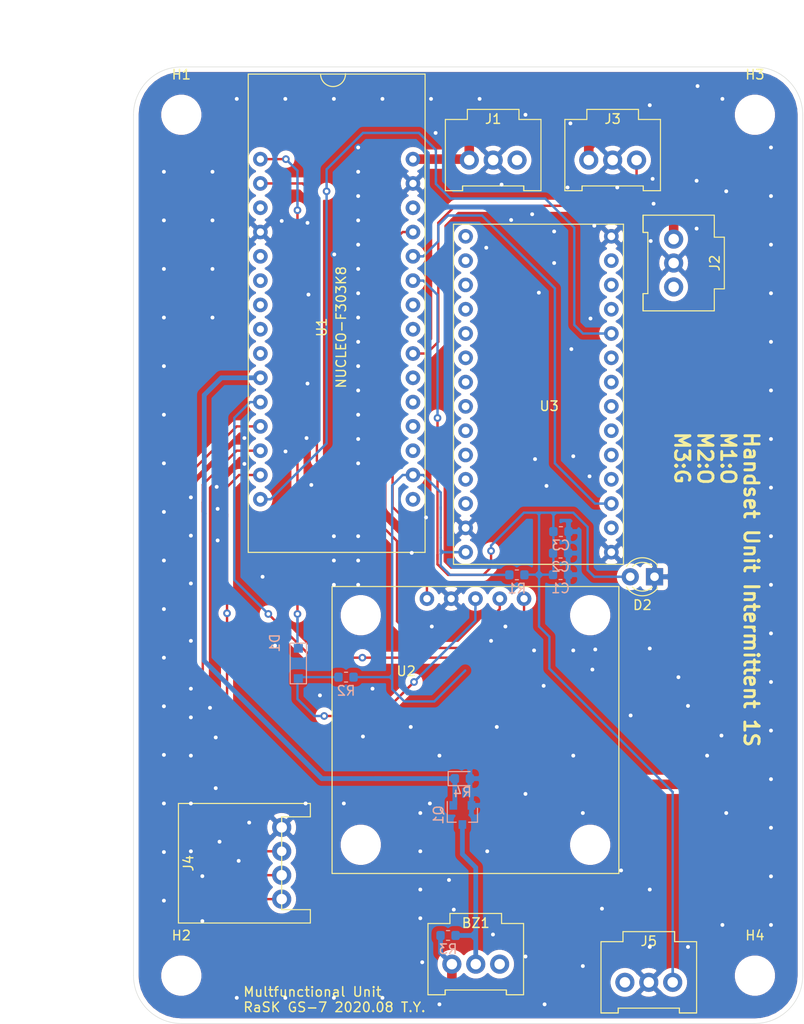
<source format=kicad_pcb>
(kicad_pcb (version 20171130) (host pcbnew "(5.1.4)-1")
  (layers (0 F.Cu signal) (31 B.Cu signal) (34 B.Paste user) (35 F.Paste user) (36 B.SilkS user) (37 F.SilkS user) (38 B.Mask user) (39 F.Mask user) (44 Edge.Cuts user))
  (net 0 "")
  (net 1 GND)
  (net 2 FPIN)
  (net 3 "Net-(J1-Pad3)")
  (net 4 +9V)
  (net 5 "Net-(J2-Pad3)")
  (net 6 +6V)
  (net 7 Motor)
  (net 8 SIG2)
  (net 9 SIG1)
  (net 10 "Net-(J5-Pad1)")
  (net 11 +3V3)
  (net 12 "Net-(D1-Pad2)")
  (net 13 "Net-(U1-Pad28)")
  (net 14 +5V)
  (net 15 UART2_TX)
  (net 16 "Net-(U1-Pad23)")
  (net 17 "Net-(U1-Pad21)")
  (net 18 "Net-(U1-Pad20)")
  (net 19 "Net-(U1-Pad19)")
  (net 20 "Net-(U1-Pad18)")
  (net 21 "Net-(U1-Pad16)")
  (net 22 UART2_RX)
  (net 23 "Net-(U1-Pad9)")
  (net 24 "Net-(U1-Pad8)")
  (net 25 "Net-(U1-Pad7)")
  (net 26 "Net-(U1-Pad6)")
  (net 27 "Net-(U1-Pad5)")
  (net 28 "Net-(U1-Pad3)")
  (net 29 1pps)
  (net 30 "Net-(U3-Pad26)")
  (net 31 "Net-(U3-Pad25)")
  (net 32 "Net-(U3-Pad24)")
  (net 33 "Net-(U3-Pad23)")
  (net 34 "Net-(U3-Pad22)")
  (net 35 "Net-(U3-Pad21)")
  (net 36 "Net-(U3-Pad20)")
  (net 37 "Net-(U3-Pad19)")
  (net 38 "Net-(U3-Pad18)")
  (net 39 "Net-(U3-Pad17)")
  (net 40 "Net-(U3-Pad16)")
  (net 41 "Net-(U3-Pad15)")
  (net 42 "Net-(U3-Pad13)")
  (net 43 "Net-(U3-Pad12)")
  (net 44 "Net-(U3-Pad11)")
  (net 45 "Net-(U3-Pad9)")
  (net 46 "Net-(U3-Pad8)")
  (net 47 "Net-(U3-Pad7)")
  (net 48 "Net-(U3-Pad6)")
  (net 49 "Net-(U3-Pad5)")
  (net 50 "Net-(U3-Pad4)")
  (net 51 "Net-(U3-Pad2)")
  (net 52 FPIN_com)
  (net 53 "Net-(U1-Pad24)")
  (net 54 Buzzer)
  (net 55 UART1_TX)
  (net 56 UART1_RX)
  (net 57 "Net-(BZ1-Pad2)")
  (module KUTKiCad_footprint:Hirose_DF1E_DF1E-3P-2.5DS_1x03_P2.5mm_Vertical (layer F.Cu) (at 73.3 143.8)
    (fp_text reference BZ1 (at 2.5 -4.3) (layer F.SilkS))
    (fp_text value Buzzer)
    (pad 3 thru_hole circle (at 5 0) (size 2 2) (drill 1.1) (layers *.Cu *.Mask))
    (pad 2 thru_hole circle (at 2.5 0) (size 2 2) (drill 1.1) (layers *.Cu *.Mask) (net 57 "Net-(BZ1-Pad2)"))
    (pad 1 thru_hole circle (at 0 0) (size 2 2) (drill 1.1) (layers *.Cu *.Mask) (net 4 +9V))
  )
  (module Diode_SMD:D_0603_1608Metric (layer B.Cu) (at 74.4 124.4)
    (fp_text reference R4 (at 0 1.43) (layer B.SilkS) (effects (justify mirror)))
    (fp_text value 1k)
    (pad 2 smd roundrect (at 0.7875 0) (size 0.875 0.95) (layers B.Cu B.Paste B.Mask) (net 1 GND))
    (pad 1 smd roundrect (at -0.7875 0) (size 0.875 0.95) (layers B.Cu B.Paste B.Mask) (net 54 Buzzer))
  )
  (module Package_TO_SOT_SMD:SOT-23 (layer B.Cu) (at 74.4 128.2 270)
    (fp_text reference Q1 (at 0 2.5 90) (layer B.SilkS) (effects (justify mirror)))
    (fp_text value 2N7002K)
    (pad 3 smd rect (at 1 0 270) (size 0.9 0.8) (layers B.Cu B.Paste B.Mask) (net 57 "Net-(BZ1-Pad2)"))
    (pad 2 smd rect (at -1 -0.95 270) (size 0.9 0.8) (layers B.Cu B.Paste B.Mask) (net 1 GND))
    (pad 1 smd rect (at -1 0.95 270) (size 0.9 0.8) (layers B.Cu B.Paste B.Mask) (net 54 Buzzer))
  )
  (module Resistor_SMD:R_0603_1608Metric (layer B.Cu) (at 72.9 140.8)
    (fp_text reference R3 (at 0 1.43) (layer B.SilkS) (effects (justify mirror)))
    (fp_text value 1k)
    (pad 2 smd roundrect (at 0.7875 0) (size 0.875 0.95) (layers B.Cu B.Paste B.Mask) (net 57 "Net-(BZ1-Pad2)"))
    (pad 1 smd roundrect (at -0.7875 0) (size 0.875 0.95) (layers B.Cu B.Paste B.Mask) (net 4 +9V))
  )
  (module "kada2020_3:STM32 Nucleo Board STM32F303K8" (layer F.Cu) (at 52 50.75)
    (fp_text reference U1 (at 7.69 26.466 90) (layer F.SilkS))
    (fp_text value STM32F303K8)
    (pad 30 thru_hole circle (at 17.23 8.89) (size 1.524 1.524) (drill 0.762) (layers *.Cu *.Mask) (net 4 +9V))
    (pad 29 thru_hole circle (at 17.23 11.43) (size 1.524 1.524) (drill 0.762) (layers *.Cu *.Mask) (net 1 GND))
    (pad 28 thru_hole circle (at 17.23 13.97) (size 1.524 1.524) (drill 0.762) (layers *.Cu *.Mask) (net 13 "Net-(U1-Pad28)"))
    (pad 27 thru_hole circle (at 17.23 16.51) (size 1.524 1.524) (drill 0.762) (layers *.Cu *.Mask) (net 14 +5V))
    (pad 26 thru_hole circle (at 17.23 19.05) (size 1.524 1.524) (drill 0.762) (layers *.Cu *.Mask) (net 15 UART2_TX))
    (pad 25 thru_hole circle (at 17.23 21.59) (size 1.524 1.524) (drill 0.762) (layers *.Cu *.Mask) (net 2 FPIN))
    (pad 24 thru_hole circle (at 17.23 24.13) (size 1.524 1.524) (drill 0.762) (layers *.Cu *.Mask) (net 53 "Net-(U1-Pad24)"))
    (pad 23 thru_hole circle (at 17.23 26.67) (size 1.524 1.524) (drill 0.762) (layers *.Cu *.Mask) (net 16 "Net-(U1-Pad23)"))
    (pad 22 thru_hole circle (at 17.23 29.21) (size 1.524 1.524) (drill 0.762) (layers *.Cu *.Mask) (net 7 Motor))
    (pad 21 thru_hole circle (at 17.23 31.75) (size 1.524 1.524) (drill 0.762) (layers *.Cu *.Mask) (net 17 "Net-(U1-Pad21)"))
    (pad 20 thru_hole circle (at 17.23 34.29) (size 1.524 1.524) (drill 0.762) (layers *.Cu *.Mask) (net 18 "Net-(U1-Pad20)"))
    (pad 19 thru_hole circle (at 17.23 36.83) (size 1.524 1.524) (drill 0.762) (layers *.Cu *.Mask) (net 19 "Net-(U1-Pad19)"))
    (pad 18 thru_hole circle (at 17.23 39.37) (size 1.524 1.524) (drill 0.762) (layers *.Cu *.Mask) (net 20 "Net-(U1-Pad18)"))
    (pad 17 thru_hole circle (at 17.23 41.91) (size 1.524 1.524) (drill 0.762) (layers *.Cu *.Mask) (net 11 +3V3))
    (pad 16 thru_hole circle (at 17.23 44.45) (size 1.524 1.524) (drill 0.762) (layers *.Cu *.Mask) (net 21 "Net-(U1-Pad16)"))
    (pad 15 thru_hole circle (at 1.27 44.45) (size 1.524 1.524) (drill 0.762) (layers *.Cu *.Mask) (net 22 UART2_RX))
    (pad 14 thru_hole circle (at 1.27 41.91) (size 1.524 1.524) (drill 0.762) (layers *.Cu *.Mask) (net 52 FPIN_com))
    (pad 13 thru_hole circle (at 1.27 39.37) (size 1.524 1.524) (drill 0.762) (layers *.Cu *.Mask) (net 8 SIG2))
    (pad 12 thru_hole circle (at 1.27 36.83) (size 1.524 1.524) (drill 0.762) (layers *.Cu *.Mask) (net 9 SIG1))
    (pad 11 thru_hole circle (at 1.27 34.29) (size 1.524 1.524) (drill 0.762) (layers *.Cu *.Mask) (net 29 1pps))
    (pad 10 thru_hole circle (at 1.27 31.75) (size 1.524 1.524) (drill 0.762) (layers *.Cu *.Mask) (net 54 Buzzer))
    (pad 9 thru_hole circle (at 1.27 29.21) (size 1.524 1.524) (drill 0.762) (layers *.Cu *.Mask) (net 23 "Net-(U1-Pad9)"))
    (pad 8 thru_hole circle (at 1.27 26.67) (size 1.524 1.524) (drill 0.762) (layers *.Cu *.Mask) (net 24 "Net-(U1-Pad8)"))
    (pad 7 thru_hole circle (at 1.27 24.13) (size 1.524 1.524) (drill 0.762) (layers *.Cu *.Mask) (net 25 "Net-(U1-Pad7)"))
    (pad 6 thru_hole circle (at 1.27 21.59) (size 1.524 1.524) (drill 0.762) (layers *.Cu *.Mask) (net 26 "Net-(U1-Pad6)"))
    (pad 5 thru_hole circle (at 1.27 19.05) (size 1.524 1.524) (drill 0.762) (layers *.Cu *.Mask) (net 27 "Net-(U1-Pad5)"))
    (pad 4 thru_hole circle (at 1.27 16.51) (size 1.524 1.524) (drill 0.762) (layers *.Cu *.Mask) (net 1 GND))
    (pad 3 thru_hole circle (at 1.27 13.97) (size 1.524 1.524) (drill 0.762) (layers *.Cu *.Mask) (net 28 "Net-(U1-Pad3)"))
    (pad 2 thru_hole circle (at 1.27 11.43) (size 1.524 1.524) (drill 0.762) (layers *.Cu *.Mask) (net 56 UART1_RX))
    (pad 1 thru_hole circle (at 1.27 8.89) (size 1.524 1.524) (drill 0.762) (layers *.Cu *.Mask) (net 55 UART1_TX))
  )
  (module kada2020_3:1N4148W (layer B.Cu) (at 56.388 110.236 270)
    (fp_text reference D1 (at -0.01 1.61 90) (layer B.SilkS) (effects (justify mirror)))
    (fp_text value "Switching Diode")
    (pad 2 smd rect (at 3.25 -0.375 270) (size 0.9 0.95) (drill (offset 0.45 -0.475)) (layers B.Cu B.Paste B.Mask) (net 12 "Net-(D1-Pad2)"))
    (pad 1 smd rect (at 0.1 -0.375 270) (size 0.9 0.95) (drill (offset 0.45 -0.475)) (layers B.Cu B.Paste B.Mask) (net 55 UART1_TX))
  )
  (module LED_THT:LED_D3.0mm (layer F.Cu) (at 94.5 103.3 180)
    (fp_text reference D2 (at 1.27 -2.96) (layer F.SilkS))
    (fp_text value LED_Small)
    (pad 2 thru_hole circle (at 2.54 0 180) (size 1.8 1.8) (drill 0.9) (layers *.Cu *.Mask) (net 2 FPIN))
    (pad 1 thru_hole rect (at 0 0 180) (size 1.8 1.8) (drill 0.9) (layers *.Cu *.Mask) (net 1 GND))
  )
  (module MountingHole:MountingHole_3.2mm_M3 (layer F.Cu) (at 105 145)
    (fp_text reference H4 (at 0 -4.2) (layer F.SilkS))
    (fp_text value MountingHole)
    (pad 1 np_thru_hole circle (at 0 0) (size 3.2 3.2) (drill 3.2) (layers *.Cu *.Mask))
  )
  (module MountingHole:MountingHole_3.2mm_M3 (layer F.Cu) (at 105 55)
    (fp_text reference H3 (at 0 -4.2) (layer F.SilkS))
    (fp_text value MountingHole)
    (pad 1 np_thru_hole circle (at 0 0) (size 3.2 3.2) (drill 3.2) (layers *.Cu *.Mask))
  )
  (module MountingHole:MountingHole_3.2mm_M3 (layer F.Cu) (at 45 145)
    (fp_text reference H2 (at 0 -4.2) (layer F.SilkS))
    (fp_text value MountingHole)
    (pad 1 np_thru_hole circle (at 0 0) (size 3.2 3.2) (drill 3.2) (layers *.Cu *.Mask))
  )
  (module MountingHole:MountingHole_3.2mm_M3 (layer F.Cu) (at 45 55)
    (fp_text reference H1 (at 0 -4.2) (layer F.SilkS))
    (fp_text value MountingHole)
    (pad 1 np_thru_hole circle (at 0 0) (size 3.2 3.2) (drill 3.2) (layers *.Cu *.Mask))
  )
  (module kada2020_3:TWELITE-DIP (layer F.Cu) (at 91.25 102 180)
    (fp_text reference U3 (at 7.77 16.54) (layer F.SilkS))
    (fp_text value MW-R-DP-W)
    (pad 28 thru_hole circle (at 16.51 1.27 180) (size 1.524 1.524) (drill 0.8) (layers *.Cu *.Mask) (net 11 +3V3))
    (pad 27 thru_hole circle (at 16.51 3.81 180) (size 1.524 1.524) (drill 0.8) (layers *.Cu *.Mask) (net 1 GND))
    (pad 26 thru_hole circle (at 16.51 6.35 180) (size 1.524 1.524) (drill 0.8) (layers *.Cu *.Mask) (net 30 "Net-(U3-Pad26)"))
    (pad 25 thru_hole circle (at 16.51 8.89 180) (size 1.524 1.524) (drill 0.8) (layers *.Cu *.Mask) (net 31 "Net-(U3-Pad25)"))
    (pad 24 thru_hole circle (at 16.51 11.43 180) (size 1.524 1.524) (drill 0.8) (layers *.Cu *.Mask) (net 32 "Net-(U3-Pad24)"))
    (pad 23 thru_hole circle (at 16.51 13.97 180) (size 1.524 1.524) (drill 0.8) (layers *.Cu *.Mask) (net 33 "Net-(U3-Pad23)"))
    (pad 22 thru_hole circle (at 16.51 16.51 180) (size 1.524 1.524) (drill 0.8) (layers *.Cu *.Mask) (net 34 "Net-(U3-Pad22)"))
    (pad 21 thru_hole circle (at 16.51 19.05 180) (size 1.524 1.524) (drill 0.8) (layers *.Cu *.Mask) (net 35 "Net-(U3-Pad21)"))
    (pad 20 thru_hole circle (at 16.51 21.59 180) (size 1.524 1.524) (drill 0.8) (layers *.Cu *.Mask) (net 36 "Net-(U3-Pad20)"))
    (pad 19 thru_hole circle (at 16.51 24.13 180) (size 1.524 1.524) (drill 0.8) (layers *.Cu *.Mask) (net 37 "Net-(U3-Pad19)"))
    (pad 18 thru_hole circle (at 16.51 26.67 180) (size 1.524 1.524) (drill 0.8) (layers *.Cu *.Mask) (net 38 "Net-(U3-Pad18)"))
    (pad 17 thru_hole circle (at 16.51 29.21 180) (size 1.524 1.524) (drill 0.8) (layers *.Cu *.Mask) (net 39 "Net-(U3-Pad17)"))
    (pad 16 thru_hole circle (at 16.51 31.75 180) (size 1.524 1.524) (drill 0.8) (layers *.Cu *.Mask) (net 40 "Net-(U3-Pad16)"))
    (pad 15 thru_hole circle (at 16.51 34.29 180) (size 1.524 1.524) (drill 0.8) (layers *.Cu *.Mask) (net 41 "Net-(U3-Pad15)"))
    (pad 14 thru_hole circle (at 1.27 34.29 180) (size 1.524 1.524) (drill 0.8) (layers *.Cu *.Mask) (net 1 GND))
    (pad 13 thru_hole circle (at 1.27 31.75 180) (size 1.524 1.524) (drill 0.8) (layers *.Cu *.Mask) (net 42 "Net-(U3-Pad13)"))
    (pad 12 thru_hole circle (at 1.27 29.21 180) (size 1.524 1.524) (drill 0.8) (layers *.Cu *.Mask) (net 43 "Net-(U3-Pad12)"))
    (pad 11 thru_hole circle (at 1.27 26.67 180) (size 1.524 1.524) (drill 0.8) (layers *.Cu *.Mask) (net 44 "Net-(U3-Pad11)"))
    (pad 10 thru_hole circle (at 1.27 24.13 180) (size 1.524 1.524) (drill 0.8) (layers *.Cu *.Mask) (net 22 UART2_RX))
    (pad 9 thru_hole circle (at 1.27 21.59 180) (size 1.524 1.524) (drill 0.8) (layers *.Cu *.Mask) (net 45 "Net-(U3-Pad9)"))
    (pad 8 thru_hole circle (at 1.27 19.05 180) (size 1.524 1.524) (drill 0.8) (layers *.Cu *.Mask) (net 46 "Net-(U3-Pad8)"))
    (pad 7 thru_hole circle (at 1.27 16.51 180) (size 1.524 1.524) (drill 0.8) (layers *.Cu *.Mask) (net 47 "Net-(U3-Pad7)"))
    (pad 6 thru_hole circle (at 1.27 13.97 180) (size 1.524 1.524) (drill 0.8) (layers *.Cu *.Mask) (net 48 "Net-(U3-Pad6)"))
    (pad 5 thru_hole circle (at 1.27 11.43 180) (size 1.524 1.524) (drill 0.8) (layers *.Cu *.Mask) (net 49 "Net-(U3-Pad5)"))
    (pad 4 thru_hole circle (at 1.27 8.89 180) (size 1.524 1.524) (drill 0.8) (layers *.Cu *.Mask) (net 50 "Net-(U3-Pad4)"))
    (pad 3 thru_hole circle (at 1.27 6.35 180) (size 1.524 1.524) (drill 0.8) (layers *.Cu *.Mask) (net 15 UART2_TX))
    (pad 2 thru_hole circle (at 1.27 3.81 180) (size 1.524 1.524) (drill 0.8) (layers *.Cu *.Mask) (net 51 "Net-(U3-Pad2)"))
    (pad 1 thru_hole circle (at 1.27 1.27 180) (size 1.524 1.524) (drill 0.8) (layers *.Cu *.Mask) (net 1 GND))
  )
  (module kada2020_3:AE-GYSFDMAXB (layer F.Cu) (at 60.77 104.32)
    (fp_text reference U2 (at 7.75 8.85) (layer F.SilkS))
    (fp_text value GYSFDMAXB)
    (pad 5 thru_hole circle (at 20.08 1.27) (size 1.524 1.524) (drill 0.762) (layers *.Cu *.Mask) (net 29 1pps))
    (pad 4 thru_hole circle (at 17.54 1.27) (size 1.524 1.524) (drill 0.762) (layers *.Cu *.Mask) (net 56 UART1_RX))
    (pad 3 thru_hole circle (at 15 1.27) (size 1.524 1.524) (drill 0.762) (layers *.Cu *.Mask) (net 12 "Net-(D1-Pad2)"))
    (pad 2 thru_hole circle (at 12.46 1.27) (size 1.524 1.524) (drill 0.762) (layers *.Cu *.Mask) (net 1 GND))
    (pad 1 thru_hole circle (at 9.92 1.27) (size 1.524 1.524) (drill 0.762) (layers *.Cu *.Mask) (net 14 +5V))
    (pad "" np_thru_hole circle (at 27 27) (size 3.2 3.2) (drill 3.2) (layers *.Cu *.Mask))
    (pad "" np_thru_hole circle (at 3 27) (size 3.2 3.2) (drill 3.2) (layers *.Cu *.Mask))
    (pad "" np_thru_hole circle (at 27 3) (size 3.2 3.2) (drill 3.2) (layers *.Cu *.Mask))
    (pad "" np_thru_hole circle (at 3 3) (size 3.2 3.2) (drill 3.2) (layers *.Cu *.Mask))
  )
  (module Resistor_SMD:R_0603_1608Metric (layer B.Cu) (at 62.23 113.792)
    (fp_text reference R2 (at 0 1.43) (layer B.SilkS) (effects (justify mirror)))
    (fp_text value 10k)
    (pad 2 smd roundrect (at 0.7875 0) (size 0.875 0.95) (layers B.Cu B.Paste B.Mask) (net 11 +3V3))
    (pad 1 smd roundrect (at -0.7875 0) (size 0.875 0.95) (layers B.Cu B.Paste B.Mask) (net 12 "Net-(D1-Pad2)"))
  )
  (module Resistor_SMD:R_0603_1608Metric (layer B.Cu) (at 80.1 103.1)
    (fp_text reference R1 (at 0 1.43) (layer B.SilkS) (effects (justify mirror)))
    (fp_text value 1k)
    (pad 2 smd roundrect (at 0.7875 0) (size 0.875 0.95) (layers B.Cu B.Paste B.Mask) (net 2 FPIN))
    (pad 1 smd roundrect (at -0.7875 0) (size 0.875 0.95) (layers B.Cu B.Paste B.Mask) (net 11 +3V3))
  )
  (module KUTKiCad_footprint:Hirose_DF1E_DF1E-3P-2.5DS_1x03_P2.5mm_Vertical (layer F.Cu) (at 91.4 145.7)
    (fp_text reference J5 (at 2.5 -4.3) (layer F.SilkS))
    (fp_text value "Flight Pin")
    (pad 3 thru_hole circle (at 5 0) (size 2 2) (drill 1.1) (layers *.Cu *.Mask) (net 2 FPIN))
    (pad 2 thru_hole circle (at 2.5 0) (size 2 2) (drill 1.1) (layers *.Cu *.Mask) (net 1 GND))
    (pad 1 thru_hole circle (at 0 0) (size 2 2) (drill 1.1) (layers *.Cu *.Mask) (net 10 "Net-(J5-Pad1)"))
  )
  (module KUTKiCad_footprint:Hirose_DF1E_DF1E-4P-2.5DS_1x04_P2.5mm_Horizontal (layer F.Cu) (at 55.5 137 90)
    (fp_text reference J4 (at 3.75 -9.75 90) (layer F.SilkS))
    (fp_text value Communication)
    (pad 4 thru_hole circle (at 7.5 0 90) (size 2 2) (drill 1.1) (layers *.Cu *.Mask) (net 1 GND))
    (pad 2 thru_hole circle (at 2.5 0 90) (size 2 2) (drill 1.1) (layers *.Cu *.Mask) (net 8 SIG2))
    (pad 3 thru_hole circle (at 5 0 90) (size 2 2) (drill 1) (layers *.Cu *.Mask) (net 52 FPIN_com))
    (pad 1 thru_hole circle (at 0 0 90) (size 2 2) (drill 1.1) (layers *.Cu *.Mask) (net 9 SIG1))
  )
  (module KUTKiCad_footprint:Hirose_DF1E_DF1E-3P-2.5DS_1x03_P2.5mm_Vertical (layer F.Cu) (at 87.62 59.74)
    (fp_text reference J3 (at 2.5 -4.3) (layer F.SilkS))
    (fp_text value Motor)
    (pad 3 thru_hole circle (at 5 0) (size 2 2) (drill 1.1) (layers *.Cu *.Mask) (net 7 Motor))
    (pad 2 thru_hole circle (at 2.5 0) (size 2 2) (drill 1.1) (layers *.Cu *.Mask) (net 1 GND))
    (pad 1 thru_hole circle (at 0 0) (size 2 2) (drill 1.1) (layers *.Cu *.Mask) (net 6 +6V))
  )
  (module KUTKiCad_footprint:Hirose_DF1E_DF1E-3P-2.5DS_1x03_P2.5mm_Vertical (layer F.Cu) (at 96.5 68 270)
    (fp_text reference J2 (at 2.5 -4.3 90) (layer F.SilkS))
    (fp_text value 6V)
    (pad 3 thru_hole circle (at 5 0 270) (size 2 2) (drill 1.1) (layers *.Cu *.Mask) (net 5 "Net-(J2-Pad3)"))
    (pad 2 thru_hole circle (at 2.5 0 270) (size 2 2) (drill 1.1) (layers *.Cu *.Mask) (net 1 GND))
    (pad 1 thru_hole circle (at 0 0 270) (size 2 2) (drill 1.1) (layers *.Cu *.Mask) (net 6 +6V))
  )
  (module KUTKiCad_footprint:Hirose_DF1E_DF1E-3P-2.5DS_1x03_P2.5mm_Vertical (layer F.Cu) (at 75.12 59.74)
    (fp_text reference J1 (at 2.5 -4.3) (layer F.SilkS))
    (fp_text value 9V)
    (pad 3 thru_hole circle (at 5 0) (size 2 2) (drill 1.1) (layers *.Cu *.Mask) (net 3 "Net-(J1-Pad3)"))
    (pad 2 thru_hole circle (at 2.5 0) (size 2 2) (drill 1.1) (layers *.Cu *.Mask) (net 1 GND))
    (pad 1 thru_hole circle (at 0 0) (size 2 2) (drill 1.1) (layers *.Cu *.Mask) (net 4 +9V))
  )
  (module Capacitor_SMD:C_0603_1608Metric (layer B.Cu) (at 84.7075 98.58)
    (fp_text reference C3 (at 0 1.43 180) (layer B.SilkS) (effects (justify mirror)))
    (fp_text value 10u)
    (pad 2 smd roundrect (at 0.7875 0) (size 0.875 0.95) (layers B.Cu B.Paste B.Mask) (net 1 GND))
    (pad 1 smd roundrect (at -0.7875 0) (size 0.875 0.95) (layers B.Cu B.Paste B.Mask) (net 2 FPIN))
  )
  (module Capacitor_SMD:C_0603_1608Metric (layer B.Cu) (at 84.67 100.83)
    (fp_text reference C2 (at 0 1.43 180) (layer B.SilkS) (effects (justify mirror)))
    (fp_text value 1u)
    (pad 2 smd roundrect (at 0.7875 0) (size 0.875 0.95) (layers B.Cu B.Paste B.Mask) (net 1 GND))
    (pad 1 smd roundrect (at -0.7875 0) (size 0.875 0.95) (layers B.Cu B.Paste B.Mask) (net 2 FPIN))
  )
  (module Capacitor_SMD:C_0603_1608Metric (layer B.Cu) (at 84.67 103.08)
    (fp_text reference C1 (at 0 1.43 180) (layer B.SilkS) (effects (justify mirror)))
    (fp_text value 0.1u)
    (pad 2 smd roundrect (at 0.7875 0) (size 0.875 0.95) (layers B.Cu B.Paste B.Mask) (net 1 GND))
    (pad 1 smd roundrect (at -0.7875 0) (size 0.875 0.95) (layers B.Cu B.Paste B.Mask) (net 2 FPIN))
  )
  (gr_text "Multfunctional Unit\nRaSK GS-7 2020.08 T.Y.\n" (at 51.4 147.5) (layer F.SilkS) (effects (font (size 1 1)) (justify left)))
  (gr_arc (start 45 55) (end 45 50) (angle -90) (layer Edge.Cuts) (width 0.05))
  (gr_arc (start 105 55) (end 110 55) (angle -90) (layer Edge.Cuts) (width 0.05))
  (gr_arc (start 105 145) (end 105 150) (angle -90) (layer Edge.Cuts) (width 0.05))
  (gr_arc (start 45 145) (end 40 145) (angle -90) (layer Edge.Cuts) (width 0.05))
  (gr_text "Handset Unit Intermittent 1S\nM1:O\nM2:O\nM3:G\n" (at 101 88 270) (layer F.SilkS) (effects (font (size 1.5 1.5) (thickness 0.3)) (justify left)))
  (gr_text NUCLEO-F303K8 (at 61.722 77.216 90) (layer F.SilkS) (effects (font (size 1 1))))
  (gr_line (start 45 50) (end 105 50) (layer Edge.Cuts) (width 0.05))
  (gr_line (start 110 55) (end 110 145) (layer Edge.Cuts) (width 0.05))
  (gr_line (start 45 150) (end 105 150) (layer Edge.Cuts) (width 0.05))
  (gr_line (start 40 55) (end 40 145) (layer Edge.Cuts) (width 0.05))
  (via (at 43.18 60.96) (size 0.8) (drill 0.4) (layers F.Cu B.Cu) (net 1))
  (via (at 48.26 60.96) (size 0.8) (drill 0.4) (layers F.Cu B.Cu) (net 1))
  (via (at 48.26 66.04) (size 0.8) (drill 0.4) (layers F.Cu B.Cu) (net 1))
  (via (at 43.18 66.04) (size 0.8) (drill 0.4) (layers F.Cu B.Cu) (net 1))
  (via (at 43.18 71.12) (size 0.8) (drill 0.4) (layers F.Cu B.Cu) (net 1))
  (via (at 48.26 71.12) (size 0.8) (drill 0.4) (layers F.Cu B.Cu) (net 1))
  (via (at 48.26 76.2) (size 0.8) (drill 0.4) (layers F.Cu B.Cu) (net 1))
  (via (at 43.18 76.2) (size 0.8) (drill 0.4) (layers F.Cu B.Cu) (net 1))
  (via (at 43.18 81.28) (size 0.8) (drill 0.4) (layers F.Cu B.Cu) (net 1))
  (via (at 43.18 86.36) (size 0.8) (drill 0.4) (layers F.Cu B.Cu) (net 1))
  (via (at 43.18 91.44) (size 0.8) (drill 0.4) (layers F.Cu B.Cu) (net 1))
  (via (at 43.18 96.52) (size 0.8) (drill 0.4) (layers F.Cu B.Cu) (net 1))
  (via (at 43.18 101.6) (size 0.8) (drill 0.4) (layers F.Cu B.Cu) (net 1))
  (via (at 43.18 106.68) (size 0.8) (drill 0.4) (layers F.Cu B.Cu) (net 1))
  (via (at 43.18 111.76) (size 0.8) (drill 0.4) (layers F.Cu B.Cu) (net 1))
  (via (at 43.18 116.84) (size 0.8) (drill 0.4) (layers F.Cu B.Cu) (net 1))
  (via (at 43.18 121.92) (size 0.8) (drill 0.4) (layers F.Cu B.Cu) (net 1))
  (via (at 43.18 127) (size 0.8) (drill 0.4) (layers F.Cu B.Cu) (net 1))
  (via (at 43.18 132.08) (size 0.8) (drill 0.4) (layers F.Cu B.Cu) (net 1))
  (via (at 43.18 137.16) (size 0.8) (drill 0.4) (layers F.Cu B.Cu) (net 1))
  (via (at 50.8 53.34) (size 0.8) (drill 0.4) (layers F.Cu B.Cu) (net 1))
  (via (at 55.88 53.34) (size 0.8) (drill 0.4) (layers F.Cu B.Cu) (net 1))
  (via (at 60.96 53.34) (size 0.8) (drill 0.4) (layers F.Cu B.Cu) (net 1))
  (via (at 66.04 53.34) (size 0.8) (drill 0.4) (layers F.Cu B.Cu) (net 1))
  (via (at 71.12 53.34) (size 0.8) (drill 0.4) (layers F.Cu B.Cu) (net 1))
  (via (at 76.2 53.34) (size 0.8) (drill 0.4) (layers F.Cu B.Cu) (net 1))
  (via (at 101.6 53.34) (size 0.8) (drill 0.4) (layers F.Cu B.Cu) (net 1))
  (via (at 106.68 58.42) (size 0.8) (drill 0.4) (layers F.Cu B.Cu) (net 1))
  (via (at 106.68 63.5) (size 0.8) (drill 0.4) (layers F.Cu B.Cu) (net 1))
  (via (at 106.68 68.58) (size 0.8) (drill 0.4) (layers F.Cu B.Cu) (net 1))
  (via (at 106.68 73.66) (size 0.8) (drill 0.4) (layers F.Cu B.Cu) (net 1))
  (via (at 106.68 78.74) (size 0.8) (drill 0.4) (layers F.Cu B.Cu) (net 1))
  (via (at 106.68 83.82) (size 0.8) (drill 0.4) (layers F.Cu B.Cu) (net 1))
  (via (at 106.68 88.9) (size 0.8) (drill 0.4) (layers F.Cu B.Cu) (net 1))
  (via (at 106.68 93.98) (size 0.8) (drill 0.4) (layers F.Cu B.Cu) (net 1))
  (via (at 106.68 99.06) (size 0.8) (drill 0.4) (layers F.Cu B.Cu) (net 1))
  (via (at 106.68 104.14) (size 0.8) (drill 0.4) (layers F.Cu B.Cu) (net 1))
  (via (at 106.68 109.22) (size 0.8) (drill 0.4) (layers F.Cu B.Cu) (net 1))
  (via (at 106.68 114.3) (size 0.8) (drill 0.4) (layers F.Cu B.Cu) (net 1))
  (via (at 106.68 119.38) (size 0.8) (drill 0.4) (layers F.Cu B.Cu) (net 1))
  (via (at 106.68 124.46) (size 0.8) (drill 0.4) (layers F.Cu B.Cu) (net 1))
  (via (at 106.68 129.54) (size 0.8) (drill 0.4) (layers F.Cu B.Cu) (net 1))
  (via (at 106.68 134.62) (size 0.8) (drill 0.4) (layers F.Cu B.Cu) (net 1))
  (via (at 106.68 139.7) (size 0.8) (drill 0.4) (layers F.Cu B.Cu) (net 1))
  (via (at 101.6 139.7) (size 0.8) (drill 0.4) (layers F.Cu B.Cu) (net 1))
  (via (at 50.8 147.32) (size 0.8) (drill 0.4) (layers F.Cu B.Cu) (net 1))
  (via (at 55.88 147.32) (size 0.8) (drill 0.4) (layers F.Cu B.Cu) (net 1))
  (via (at 60.96 147.32) (size 0.8) (drill 0.4) (layers F.Cu B.Cu) (net 1))
  (via (at 66.04 147.32) (size 0.8) (drill 0.4) (layers F.Cu B.Cu) (net 1))
  (via (at 47.2 134.6) (size 0.8) (drill 0.4) (layers F.Cu B.Cu) (net 1))
  (via (at 47.2 139.3) (size 0.8) (drill 0.4) (layers F.Cu B.Cu) (net 1))
  (via (at 52.1 129) (size 0.8) (drill 0.4) (layers F.Cu B.Cu) (net 1))
  (via (at 55.9 90.2) (size 0.8) (drill 0.4) (layers F.Cu B.Cu) (net 1))
  (via (at 55.5 66.1) (size 0.8) (drill 0.4) (layers F.Cu B.Cu) (net 1))
  (via (at 58.2 66.3) (size 0.8) (drill 0.4) (layers F.Cu B.Cu) (net 1))
  (via (at 61 69.6) (size 0.8) (drill 0.4) (layers F.Cu B.Cu) (net 1))
  (via (at 58.3 73.8) (size 0.8) (drill 0.4) (layers F.Cu B.Cu) (net 1))
  (via (at 58.2 83.1) (size 0.8) (drill 0.4) (layers F.Cu B.Cu) (net 1))
  (via (at 58.1 88.8) (size 0.8) (drill 0.4) (layers F.Cu B.Cu) (net 1))
  (via (at 58.6 93.7) (size 0.8) (drill 0.4) (layers F.Cu B.Cu) (net 1))
  (via (at 70.6 97.1) (size 0.8) (drill 0.4) (layers F.Cu B.Cu) (net 1))
  (via (at 69.1 100.8) (size 0.8) (drill 0.4) (layers F.Cu B.Cu) (net 1))
  (via (at 78.9 108.5) (size 0.8) (drill 0.4) (layers F.Cu B.Cu) (net 1))
  (via (at 77.4 110) (size 0.8) (drill 0.4) (layers F.Cu B.Cu) (net 1))
  (via (at 71.2 108.5) (size 0.8) (drill 0.4) (layers F.Cu B.Cu) (net 1))
  (via (at 59.5 115.7) (size 0.8) (drill 0.4) (layers F.Cu B.Cu) (net 1))
  (via (at 54.8 110.5) (size 0.8) (drill 0.4) (layers F.Cu B.Cu) (net 1))
  (via (at 53.5 103.3) (size 0.8) (drill 0.4) (layers F.Cu B.Cu) (net 1))
  (via (at 82.9 114.7) (size 0.8) (drill 0.4) (layers F.Cu B.Cu) (net 1))
  (via (at 88.3 110.9) (size 0.8) (drill 0.4) (layers F.Cu B.Cu) (net 1))
  (via (at 81.9 111) (size 0.8) (drill 0.4) (layers F.Cu B.Cu) (net 1))
  (via (at 86 90.7) (size 0.8) (drill 0.4) (layers F.Cu B.Cu) (net 1))
  (via (at 87.7 92.8) (size 0.8) (drill 0.4) (layers F.Cu B.Cu) (net 1))
  (via (at 82 91) (size 0.8) (drill 0.4) (layers F.Cu B.Cu) (net 1))
  (via (at 83.2 93.8) (size 0.8) (drill 0.4) (layers F.Cu B.Cu) (net 1))
  (via (at 84 70.5) (size 0.8) (drill 0.4) (layers F.Cu B.Cu) (net 1))
  (via (at 79.5 66) (size 0.8) (drill 0.4) (layers F.Cu B.Cu) (net 1))
  (via (at 81.7 65.4) (size 0.8) (drill 0.4) (layers F.Cu B.Cu) (net 1))
  (via (at 84 67.2) (size 0.8) (drill 0.4) (layers F.Cu B.Cu) (net 1))
  (via (at 88.2 66.6) (size 0.8) (drill 0.4) (layers F.Cu B.Cu) (net 1))
  (via (at 85.4 62.6) (size 0.8) (drill 0.4) (layers F.Cu B.Cu) (net 1))
  (via (at 78.5 62.3) (size 0.8) (drill 0.4) (layers F.Cu B.Cu) (net 1))
  (via (at 76.9 68.9) (size 0.8) (drill 0.4) (layers F.Cu B.Cu) (net 1))
  (via (at 82.4 73.6) (size 0.8) (drill 0.4) (layers F.Cu B.Cu) (net 1))
  (via (at 87.8 76.3) (size 0.8) (drill 0.4) (layers F.Cu B.Cu) (net 1))
  (via (at 85.8 79.5) (size 0.8) (drill 0.4) (layers F.Cu B.Cu) (net 1))
  (via (at 90.6 62.6) (size 0.8) (drill 0.4) (layers F.Cu B.Cu) (net 1))
  (via (at 94.3 61.7) (size 0.8) (drill 0.4) (layers F.Cu B.Cu) (net 1))
  (via (at 94.4 64.3) (size 0.8) (drill 0.4) (layers F.Cu B.Cu) (net 1))
  (via (at 85.7 55.9) (size 0.8) (drill 0.4) (layers F.Cu B.Cu) (net 1))
  (via (at 98.9 61.9) (size 0.8) (drill 0.4) (layers F.Cu B.Cu) (net 1))
  (via (at 98.9 66.9) (size 0.8) (drill 0.4) (layers F.Cu B.Cu) (net 1))
  (via (at 94.1 68.2) (size 0.8) (drill 0.4) (layers F.Cu B.Cu) (net 1))
  (via (at 63.5 88.9) (size 0.8) (drill 0.4) (layers F.Cu B.Cu) (net 1))
  (via (at 63.5 86.36) (size 0.8) (drill 0.4) (layers F.Cu B.Cu) (net 1))
  (via (at 63.5 83.82) (size 0.8) (drill 0.4) (layers F.Cu B.Cu) (net 1))
  (via (at 63.5 81.28) (size 0.8) (drill 0.4) (layers F.Cu B.Cu) (net 1))
  (via (at 63.5 78.74) (size 0.8) (drill 0.4) (layers F.Cu B.Cu) (net 1))
  (via (at 63.5 76.2) (size 0.8) (drill 0.4) (layers F.Cu B.Cu) (net 1))
  (via (at 63.5 73.66) (size 0.8) (drill 0.4) (layers F.Cu B.Cu) (net 1))
  (via (at 63.5 71.12) (size 0.8) (drill 0.4) (layers F.Cu B.Cu) (net 1))
  (via (at 63.5 68.58) (size 0.8) (drill 0.4) (layers F.Cu B.Cu) (net 1))
  (via (at 63.5 66.04) (size 0.8) (drill 0.4) (layers F.Cu B.Cu) (net 1))
  (via (at 63.5 63.5) (size 0.8) (drill 0.4) (layers F.Cu B.Cu) (net 1))
  (via (at 63.5 60.96) (size 0.8) (drill 0.4) (layers F.Cu B.Cu) (net 1))
  (via (at 63.5 58.42) (size 0.8) (drill 0.4) (layers F.Cu B.Cu) (net 1))
  (via (at 63.5 91.44) (size 0.8) (drill 0.4) (layers F.Cu B.Cu) (net 1))
  (via (at 63.5 99.06) (size 0.8) (drill 0.4) (layers F.Cu B.Cu) (net 1))
  (via (at 63.5 104.14) (size 0.8) (drill 0.4) (layers F.Cu B.Cu) (net 1))
  (via (at 60.96 101.6) (size 0.8) (drill 0.4) (layers F.Cu B.Cu) (net 1))
  (via (at 63.5 101.6) (size 0.8) (drill 0.4) (layers F.Cu B.Cu) (net 1))
  (via (at 60.96 104.14) (size 0.8) (drill 0.4) (layers F.Cu B.Cu) (net 1))
  (via (at 60.96 99.06) (size 0.8) (drill 0.4) (layers F.Cu B.Cu) (net 1))
  (via (at 70 128) (size 0.8) (drill 0.4) (layers F.Cu B.Cu) (net 1))
  (via (at 70 132) (size 0.8) (drill 0.4) (layers F.Cu B.Cu) (net 1))
  (via (at 70 136) (size 0.8) (drill 0.4) (layers F.Cu B.Cu) (net 1))
  (via (at 70 139) (size 0.8) (drill 0.4) (layers F.Cu B.Cu) (net 1))
  (via (at 89 138) (size 0.8) (drill 0.4) (layers F.Cu B.Cu) (net 1))
  (via (at 91 134) (size 0.8) (drill 0.4) (layers F.Cu B.Cu) (net 1))
  (via (at 94 136) (size 0.8) (drill 0.4) (layers F.Cu B.Cu) (net 1))
  (via (at 98 142) (size 0.8) (drill 0.4) (layers F.Cu B.Cu) (net 1))
  (via (at 94 142) (size 0.8) (drill 0.4) (layers F.Cu B.Cu) (net 1))
  (via (at 78 119) (size 0.8) (drill 0.4) (layers F.Cu B.Cu) (net 1))
  (via (at 65 115) (size 0.8) (drill 0.4) (layers F.Cu B.Cu) (net 1))
  (via (at 69 119) (size 0.8) (drill 0.4) (layers F.Cu B.Cu) (net 1))
  (via (at 64 120) (size 0.8) (drill 0.4) (layers F.Cu B.Cu) (net 1))
  (via (at 62 127) (size 0.8) (drill 0.4) (layers F.Cu B.Cu) (net 1))
  (via (at 58 127) (size 0.8) (drill 0.4) (layers F.Cu B.Cu) (net 1))
  (via (at 48 117) (size 0.8) (drill 0.4) (layers F.Cu B.Cu) (net 1))
  (via (at 86 111) (size 0.8) (drill 0.4) (layers F.Cu B.Cu) (net 1))
  (via (at 88 113) (size 0.8) (drill 0.4) (layers F.Cu B.Cu) (net 1))
  (via (at 94 110.8) (size 0.8) (drill 0.4) (layers F.Cu B.Cu) (net 1))
  (via (at 97 113.8) (size 0.8) (drill 0.4) (layers F.Cu B.Cu) (net 1))
  (via (at 98 116.8) (size 0.8) (drill 0.4) (layers F.Cu B.Cu) (net 1))
  (via (at 92 117.8) (size 0.8) (drill 0.4) (layers F.Cu B.Cu) (net 1))
  (via (at 46 95) (size 0.8) (drill 0.4) (layers F.Cu B.Cu) (net 1))
  (via (at 46 99) (size 0.8) (drill 0.4) (layers F.Cu B.Cu) (net 1))
  (via (at 46 104) (size 0.8) (drill 0.4) (layers F.Cu B.Cu) (net 1))
  (via (at 46 110) (size 0.8) (drill 0.4) (layers F.Cu B.Cu) (net 1))
  (via (at 46 115) (size 0.8) (drill 0.4) (layers F.Cu B.Cu) (net 1))
  (via (at 46 118) (size 0.8) (drill 0.4) (layers F.Cu B.Cu) (net 1))
  (via (at 46 127) (size 0.8) (drill 0.4) (layers F.Cu B.Cu) (net 1))
  (via (at 46 122) (size 0.8) (drill 0.4) (layers F.Cu B.Cu) (net 1))
  (via (at 46 132) (size 0.8) (drill 0.4) (layers F.Cu B.Cu) (net 1))
  (via (at 51 133) (size 0.8) (drill 0.4) (layers F.Cu B.Cu) (net 1))
  (via (at 49 131) (size 0.8) (drill 0.4) (layers F.Cu B.Cu) (net 1))
  (via (at 48.6 125.4) (size 0.8) (drill 0.4) (layers F.Cu B.Cu) (net 1))
  (via (at 48.6 120.1) (size 0.8) (drill 0.4) (layers F.Cu B.Cu) (net 1))
  (via (at 48.8 99.5) (size 0.8) (drill 0.4) (layers F.Cu B.Cu) (net 1))
  (via (at 48.8 96.2) (size 0.8) (drill 0.4) (layers F.Cu B.Cu) (net 1))
  (via (at 48.7 93.9) (size 0.8) (drill 0.4) (layers F.Cu B.Cu) (net 1))
  (via (at 51.6 91.5) (size 0.8) (drill 0.4) (layers F.Cu B.Cu) (net 1))
  (via (at 51.6 88.8) (size 0.8) (drill 0.4) (layers F.Cu B.Cu) (net 1))
  (via (at 81 55) (size 0.8) (drill 0.4) (layers F.Cu B.Cu) (net 1))
  (via (at 94 54) (size 0.8) (drill 0.4) (layers F.Cu B.Cu) (net 1))
  (via (at 99 52) (size 0.8) (drill 0.4) (layers F.Cu B.Cu) (net 1))
  (via (at 102 63) (size 0.8) (drill 0.4) (layers F.Cu B.Cu) (net 1))
  (via (at 100 122) (size 0.8) (drill 0.4) (layers F.Cu B.Cu) (net 1))
  (via (at 102 128) (size 0.8) (drill 0.4) (layers F.Cu B.Cu) (net 1))
  (via (at 87 128) (size 0.8) (drill 0.4) (layers F.Cu B.Cu) (net 1))
  (via (at 81 126) (size 0.8) (drill 0.4) (layers F.Cu B.Cu) (net 1))
  (via (at 86 122) (size 0.8) (drill 0.4) (layers F.Cu B.Cu) (net 1))
  (via (at 81 143) (size 0.8) (drill 0.4) (layers F.Cu B.Cu) (net 1))
  (via (at 87 144) (size 0.8) (drill 0.4) (layers F.Cu B.Cu) (net 1))
  (via (at 83 148) (size 0.8) (drill 0.4) (layers F.Cu B.Cu) (net 1))
  (via (at 72 148) (size 0.8) (drill 0.4) (layers F.Cu B.Cu) (net 1))
  (via (at 72 122) (size 0.8) (drill 0.4) (layers F.Cu B.Cu) (net 1))
  (via (at 71 127) (size 0.8) (drill 0.4) (layers F.Cu B.Cu) (net 1))
  (via (at 77 132) (size 0.8) (drill 0.4) (layers F.Cu B.Cu) (net 1))
  (via (at 73 135) (size 0.8) (drill 0.4) (layers F.Cu B.Cu) (net 1))
  (via (at 77.6 140.7) (size 0.8) (drill 0.4) (layers F.Cu B.Cu) (net 1))
  (via (at 73.5 138.1) (size 0.8) (drill 0.4) (layers F.Cu B.Cu) (net 1))
  (via (at 70.2 143.6) (size 0.8) (drill 0.4) (layers F.Cu B.Cu) (net 1))
  (via (at 101.5 119.9) (size 0.8) (drill 0.4) (layers F.Cu B.Cu) (net 1))
  (via (at 71.6 56.9) (size 0.8) (drill 0.4) (layers F.Cu B.Cu) (net 1))
  (segment (start 70.30763 72.34) (end 71.8 73.83237) (width 0.25) (layer B.Cu) (net 2))
  (segment (start 69.23 72.34) (end 70.30763 72.34) (width 0.25) (layer B.Cu) (net 2))
  (segment (start 71.8 73.83237) (end 71.8 86.7) (width 0.25) (layer B.Cu) (net 2))
  (segment (start 71.8 86.7) (end 71.8 86.7) (width 0.25) (layer B.Cu) (net 2))
  (via (at 71.8 86.7) (size 0.8) (drill 0.4) (layers F.Cu B.Cu) (net 2))
  (segment (start 96.4 141.9) (end 96.4 145.7) (width 0.25) (layer B.Cu) (net 2))
  (segment (start 83.92 103.0425) (end 83.8825 103.08) (width 0.25) (layer B.Cu) (net 2))
  (segment (start 83.92 98.58) (end 83.92 103.0425) (width 0.25) (layer B.Cu) (net 2))
  (segment (start 71.8 102) (end 71.8 101) (width 0.25) (layer F.Cu) (net 2))
  (segment (start 71.8 86.7) (end 71.8 101) (width 0.25) (layer F.Cu) (net 2))
  (segment (start 71.8 101) (end 71.8 101.5) (width 0.25) (layer F.Cu) (net 2))
  (segment (start 72.9 103.1) (end 71.8 102) (width 0.25) (layer F.Cu) (net 2))
  (segment (start 72.9 103.1) (end 76.6 103.1) (width 0.25) (layer F.Cu) (net 2))
  (segment (start 76.6 103.1) (end 77.4 102.3) (width 0.25) (layer F.Cu) (net 2))
  (segment (start 77.4 102.3) (end 77.4 100.6) (width 0.25) (layer F.Cu) (net 2))
  (segment (start 77.4 100.6) (end 77.4 100.6) (width 0.25) (layer F.Cu) (net 2))
  (via (at 77.4 100.6) (size 0.8) (drill 0.4) (layers F.Cu B.Cu) (net 2))
  (segment (start 83.9 96.6) (end 83.92 96.62) (width 0.25) (layer B.Cu) (net 2))
  (segment (start 83.92 96.82) (end 83.7 96.6) (width 0.25) (layer B.Cu) (net 2))
  (segment (start 83.92 96.88) (end 83.92 96.82) (width 0.25) (layer B.Cu) (net 2))
  (segment (start 83.7 96.6) (end 83.9 96.6) (width 0.25) (layer B.Cu) (net 2))
  (segment (start 83.92 96.88) (end 83.92 98.58) (width 0.25) (layer B.Cu) (net 2))
  (segment (start 83.92 96.62) (end 83.92 96.88) (width 0.25) (layer B.Cu) (net 2))
  (segment (start 83.92 96.88) (end 84.2 96.6) (width 0.25) (layer B.Cu) (net 2))
  (segment (start 83.9 96.6) (end 84.2 96.6) (width 0.25) (layer B.Cu) (net 2))
  (segment (start 82.72 103.08) (end 83.8825 103.08) (width 0.25) (layer B.Cu) (net 2))
  (segment (start 83.0825 103.08) (end 82.72 103.08) (width 0.25) (layer B.Cu) (net 2))
  (segment (start 82.72 103.08) (end 82.42 103.08) (width 0.25) (layer B.Cu) (net 2))
  (segment (start 82.42 103.18) (end 82.32 103.08) (width 0.25) (layer B.Cu) (net 2))
  (segment (start 82.42 103.32) (end 82.42 103.18) (width 0.25) (layer B.Cu) (net 2))
  (segment (start 82.42 103.08) (end 82.32 103.08) (width 0.25) (layer B.Cu) (net 2))
  (segment (start 82.42 103.08) (end 82.42 103.32) (width 0.25) (layer B.Cu) (net 2))
  (segment (start 82.42 103.48) (end 82.42 103.42) (width 0.25) (layer B.Cu) (net 2))
  (segment (start 82.42 103.32) (end 82.42 103.48) (width 0.25) (layer B.Cu) (net 2))
  (segment (start 82.72 103.12) (end 82.72 103.08) (width 0.25) (layer B.Cu) (net 2))
  (segment (start 82.42 103.42) (end 82.72 103.12) (width 0.25) (layer B.Cu) (net 2))
  (segment (start 82.42 103.42) (end 82.08 103.08) (width 0.25) (layer B.Cu) (net 2))
  (segment (start 82.32 103.08) (end 82.08 103.08) (width 0.25) (layer B.Cu) (net 2))
  (segment (start 82.08 103.08) (end 80.9075 103.08) (width 0.25) (layer B.Cu) (net 2))
  (segment (start 77.4 100.034315) (end 80.834315 96.6) (width 0.25) (layer B.Cu) (net 2))
  (segment (start 77.4 100.6) (end 77.4 100.034315) (width 0.25) (layer B.Cu) (net 2))
  (segment (start 82.4 96.6) (end 83 96.6) (width 0.25) (layer B.Cu) (net 2))
  (segment (start 83 96.6) (end 83.7 96.6) (width 0.25) (layer B.Cu) (net 2))
  (segment (start 88.2 103.3) (end 90.1 103.3) (width 0.25) (layer B.Cu) (net 2))
  (segment (start 90.1 103.3) (end 91.96 103.3) (width 0.25) (layer B.Cu) (net 2))
  (segment (start 89.8 103.3) (end 90.1 103.3) (width 0.25) (layer B.Cu) (net 2))
  (segment (start 84.2 96.6) (end 86 96.6) (width 0.25) (layer B.Cu) (net 2))
  (segment (start 86 96.6) (end 87.5 98.1) (width 0.25) (layer B.Cu) (net 2))
  (segment (start 87.5 98.1) (end 87.5 102.6) (width 0.25) (layer B.Cu) (net 2))
  (segment (start 87.5 102.6) (end 88.2 103.3) (width 0.25) (layer B.Cu) (net 2))
  (segment (start 96.4 125.8) (end 96.4 145.7) (width 0.25) (layer B.Cu) (net 2))
  (segment (start 83.5 112.9) (end 96.4 125.8) (width 0.25) (layer B.Cu) (net 2))
  (segment (start 83.5 109.573002) (end 83.5 112.9) (width 0.25) (layer B.Cu) (net 2))
  (segment (start 82.42 103.48) (end 82.42 108.493002) (width 0.25) (layer B.Cu) (net 2))
  (segment (start 82.42 108.493002) (end 83.5 109.573002) (width 0.25) (layer B.Cu) (net 2))
  (segment (start 82.42 96.62) (end 82.4 96.6) (width 0.25) (layer B.Cu) (net 2))
  (segment (start 82.42 96.82) (end 82.2 96.6) (width 0.25) (layer B.Cu) (net 2))
  (segment (start 82.42 96.88) (end 82.42 96.82) (width 0.25) (layer B.Cu) (net 2))
  (segment (start 80.834315 96.6) (end 82.2 96.6) (width 0.25) (layer B.Cu) (net 2))
  (segment (start 82.42 96.88) (end 82.42 96.62) (width 0.25) (layer B.Cu) (net 2))
  (segment (start 82.42 96.78) (end 82.6 96.6) (width 0.25) (layer B.Cu) (net 2))
  (segment (start 82.42 96.88) (end 82.42 96.78) (width 0.25) (layer B.Cu) (net 2))
  (segment (start 82.2 96.6) (end 82.6 96.6) (width 0.25) (layer B.Cu) (net 2))
  (segment (start 82.6 96.6) (end 83 96.6) (width 0.25) (layer B.Cu) (net 2))
  (segment (start 82.38 102.78) (end 82.08 103.08) (width 0.25) (layer B.Cu) (net 2))
  (segment (start 82.42 102.78) (end 82.38 102.78) (width 0.25) (layer B.Cu) (net 2))
  (segment (start 82.42 102.78) (end 82.42 96.88) (width 0.25) (layer B.Cu) (net 2))
  (segment (start 82.42 103.08) (end 82.42 102.78) (width 0.25) (layer B.Cu) (net 2))
  (segment (start 82.42 102.78) (end 82.72 103.08) (width 0.25) (layer B.Cu) (net 2))
  (segment (start 75.02 59.64) (end 75.12 59.74) (width 1) (layer F.Cu) (net 4))
  (segment (start 69.23 59.64) (end 75.02 59.64) (width 1) (layer F.Cu) (net 4))
  (segment (start 73.3 145.9) (end 73.3 143.8) (width 1) (layer F.Cu) (net 4))
  (segment (start 74.4 147) (end 73.3 145.9) (width 1) (layer F.Cu) (net 4))
  (segment (start 80.9 147) (end 74.4 147) (width 1) (layer F.Cu) (net 4))
  (segment (start 85.8 125) (end 84.3 126.5) (width 1) (layer F.Cu) (net 4))
  (segment (start 84.3 143.6) (end 80.9 147) (width 1) (layer F.Cu) (net 4))
  (segment (start 75.12 56.88) (end 80 52) (width 1) (layer F.Cu) (net 4))
  (segment (start 75.12 59.74) (end 75.12 56.88) (width 1) (layer F.Cu) (net 4))
  (segment (start 101.2 125) (end 85.8 125) (width 1) (layer F.Cu) (net 4))
  (segment (start 80 52) (end 95 52) (width 1) (layer F.Cu) (net 4))
  (segment (start 95 52) (end 104 61) (width 1) (layer F.Cu) (net 4))
  (segment (start 104 61) (end 104 122.2) (width 1) (layer F.Cu) (net 4))
  (segment (start 84.3 126.5) (end 84.3 143.6) (width 1) (layer F.Cu) (net 4))
  (segment (start 104 122.2) (end 101.2 125) (width 1) (layer F.Cu) (net 4))
  (segment (start 72.1125 142.6125) (end 72.1125 140.8) (width 0.5) (layer B.Cu) (net 4))
  (segment (start 73.3 143.8) (end 72.1125 142.6125) (width 0.5) (layer B.Cu) (net 4))
  (segment (start 87.62 58.325787) (end 89.135787 56.81) (width 1) (layer F.Cu) (net 6))
  (segment (start 87.62 59.74) (end 87.62 58.325787) (width 1) (layer F.Cu) (net 6))
  (segment (start 89.135787 56.81) (end 93.51 56.81) (width 1) (layer F.Cu) (net 6))
  (segment (start 96.5 59.8) (end 96.5 68) (width 1) (layer F.Cu) (net 6))
  (segment (start 93.51 56.81) (end 96.5 59.8) (width 1) (layer F.Cu) (net 6))
  (segment (start 92.62 62.828) (end 92.62 59.74) (width 0.25) (layer F.Cu) (net 7))
  (segment (start 70.662 79.96) (end 71.882 78.74) (width 0.25) (layer F.Cu) (net 7))
  (segment (start 69.23 79.96) (end 70.662 79.96) (width 0.25) (layer F.Cu) (net 7))
  (segment (start 71.882 78.74) (end 71.882 66.294) (width 0.25) (layer F.Cu) (net 7))
  (segment (start 71.882 66.294) (end 73.66 64.516) (width 0.25) (layer F.Cu) (net 7))
  (segment (start 73.66 64.516) (end 90.932 64.516) (width 0.25) (layer F.Cu) (net 7))
  (segment (start 90.932 64.516) (end 92.62 62.828) (width 0.25) (layer F.Cu) (net 7))
  (segment (start 50.792998 90.12) (end 47.244 93.668998) (width 0.25) (layer F.Cu) (net 8))
  (segment (start 53.27 90.12) (end 50.792998 90.12) (width 0.25) (layer F.Cu) (net 8))
  (segment (start 47.244 95.504) (end 47.244 96.52) (width 0.25) (layer F.Cu) (net 8))
  (segment (start 47.244 93.668998) (end 47.244 95.504) (width 0.25) (layer F.Cu) (net 8))
  (segment (start 47.244 121.412) (end 47.244 131.064) (width 0.25) (layer F.Cu) (net 8))
  (segment (start 47.244 121.412) (end 47.244 121.666) (width 0.25) (layer F.Cu) (net 8))
  (segment (start 47.244 95.504) (end 47.244 121.412) (width 0.25) (layer F.Cu) (net 8))
  (segment (start 50.68 134.5) (end 55.5 134.5) (width 0.25) (layer F.Cu) (net 8))
  (segment (start 47.244 131.064) (end 50.68 134.5) (width 0.25) (layer F.Cu) (net 8))
  (segment (start 50.792998 87.58) (end 44.704 93.668998) (width 0.25) (layer F.Cu) (net 9))
  (segment (start 53.27 87.58) (end 50.792998 87.58) (width 0.25) (layer F.Cu) (net 9))
  (segment (start 44.704 93.668998) (end 44.704 94.742) (width 0.25) (layer F.Cu) (net 9))
  (segment (start 44.704 121.92) (end 44.704 134.112) (width 0.25) (layer F.Cu) (net 9))
  (segment (start 44.704 121.92) (end 44.704 122.174) (width 0.25) (layer F.Cu) (net 9))
  (segment (start 44.704 94.742) (end 44.704 121.92) (width 0.25) (layer F.Cu) (net 9))
  (segment (start 47.592 137) (end 55.5 137) (width 0.25) (layer F.Cu) (net 9))
  (segment (start 44.704 134.112) (end 47.592 137) (width 0.25) (layer F.Cu) (net 9))
  (segment (start 70.30763 92.66) (end 72.136 94.48837) (width 0.25) (layer B.Cu) (net 11))
  (segment (start 69.23 92.66) (end 70.30763 92.66) (width 0.25) (layer B.Cu) (net 11))
  (segment (start 72.136 99.20363) (end 72.136 96.012) (width 0.25) (layer B.Cu) (net 11))
  (segment (start 74.74 100.73) (end 73.66237 100.73) (width 0.25) (layer B.Cu) (net 11))
  (segment (start 72.136 94.48837) (end 72.136 96.012) (width 0.25) (layer B.Cu) (net 11))
  (segment (start 72.136 96.012) (end 72.136 96.266) (width 0.25) (layer B.Cu) (net 11))
  (segment (start 66.802 113.792) (end 67.056 113.538) (width 0.25) (layer B.Cu) (net 11))
  (segment (start 66.802 113.792) (end 63.0175 113.792) (width 0.25) (layer B.Cu) (net 11))
  (segment (start 66.802 113.792) (end 67.056 114.046) (width 0.25) (layer B.Cu) (net 11))
  (segment (start 68.15237 92.66) (end 67.056 93.75637) (width 0.25) (layer B.Cu) (net 11))
  (segment (start 69.23 92.66) (end 68.15237 92.66) (width 0.25) (layer B.Cu) (net 11))
  (segment (start 67.056 93.75637) (end 67.056 115.062) (width 0.25) (layer B.Cu) (net 11))
  (segment (start 67.056 115.062) (end 68.326 116.332) (width 0.25) (layer B.Cu) (net 11))
  (segment (start 68.326 116.332) (end 71.468 116.332) (width 0.25) (layer B.Cu) (net 11))
  (segment (start 71.468 116.332) (end 74.7 113.1) (width 0.25) (layer B.Cu) (net 11))
  (segment (start 72.23 100.73) (end 72.136 100.636) (width 0.25) (layer B.Cu) (net 11))
  (segment (start 72.27 100.73) (end 72.23 100.73) (width 0.25) (layer B.Cu) (net 11))
  (segment (start 72.136 100.636) (end 72.136 100.864) (width 0.25) (layer B.Cu) (net 11))
  (segment (start 72.27 100.73) (end 72.136 100.864) (width 0.25) (layer B.Cu) (net 11))
  (segment (start 72.27 100.73) (end 72.27 100.698) (width 0.25) (layer B.Cu) (net 11))
  (segment (start 72.136 100.564) (end 72.136 100.636) (width 0.25) (layer B.Cu) (net 11))
  (segment (start 72.342 100.73) (end 72.136 100.936) (width 0.25) (layer B.Cu) (net 11))
  (segment (start 72.47 100.73) (end 72.342 100.73) (width 0.25) (layer B.Cu) (net 11))
  (segment (start 72.136 100.936) (end 72.136 102.136) (width 0.25) (layer B.Cu) (net 11))
  (segment (start 72.136 100.864) (end 72.136 100.936) (width 0.25) (layer B.Cu) (net 11))
  (segment (start 72.47 100.73) (end 72.27 100.73) (width 0.25) (layer B.Cu) (net 11))
  (segment (start 73.66237 100.73) (end 72.47 100.73) (width 0.25) (layer B.Cu) (net 11))
  (segment (start 72.302 100.73) (end 72.186 100.614) (width 0.25) (layer B.Cu) (net 11))
  (segment (start 72.47 100.73) (end 72.302 100.73) (width 0.25) (layer B.Cu) (net 11))
  (segment (start 72.27 100.698) (end 72.186 100.614) (width 0.25) (layer B.Cu) (net 11))
  (segment (start 72.186 100.614) (end 72.136 100.564) (width 0.25) (layer B.Cu) (net 11))
  (segment (start 72.402 100.73) (end 72.136 100.464) (width 0.25) (layer B.Cu) (net 11))
  (segment (start 72.47 100.73) (end 72.402 100.73) (width 0.25) (layer B.Cu) (net 11))
  (segment (start 72.136 99.20363) (end 72.136 100.464) (width 0.25) (layer B.Cu) (net 11))
  (segment (start 72.136 100.464) (end 72.136 100.564) (width 0.25) (layer B.Cu) (net 11))
  (segment (start 73.1 103.1) (end 72.7 102.7) (width 0.25) (layer B.Cu) (net 11))
  (segment (start 79.3125 103.1) (end 73.1 103.1) (width 0.25) (layer B.Cu) (net 11))
  (segment (start 72.136 102.136) (end 72.7 102.7) (width 0.25) (layer B.Cu) (net 11))
  (segment (start 72.7 102.7) (end 73 103) (width 0.25) (layer B.Cu) (net 11))
  (via (at 59.944 117.856) (size 0.8) (drill 0.4) (layers F.Cu B.Cu) (net 12))
  (segment (start 68.58 115.062) (end 69.342 114.3) (width 0.25) (layer F.Cu) (net 12))
  (segment (start 68.58 115.062) (end 68.834 114.808) (width 0.25) (layer F.Cu) (net 12))
  (segment (start 69.342 114.3) (end 69.342 114.3) (width 0.25) (layer F.Cu) (net 12))
  (via (at 69.342 114.3) (size 0.8) (drill 0.4) (layers F.Cu B.Cu) (net 12))
  (segment (start 75.75763 107.88437) (end 69.342 114.3) (width 0.25) (layer B.Cu) (net 12))
  (segment (start 75.75763 106.68) (end 75.75763 107.88437) (width 0.25) (layer B.Cu) (net 12))
  (segment (start 75.77 106.66763) (end 75.75763 106.68) (width 0.25) (layer B.Cu) (net 12))
  (segment (start 75.77 105.59) (end 75.77 106.66763) (width 0.25) (layer B.Cu) (net 12))
  (segment (start 57.15 113.792) (end 61.4425 113.792) (width 0.25) (layer B.Cu) (net 12))
  (segment (start 57.15 116.078) (end 57.15 113.792) (width 0.25) (layer B.Cu) (net 12))
  (segment (start 58.928 117.856) (end 57.15 116.078) (width 0.25) (layer B.Cu) (net 12))
  (segment (start 59.944 117.856) (end 58.928 117.856) (width 0.25) (layer B.Cu) (net 12))
  (segment (start 65.786 117.856) (end 68.453 115.189) (width 0.25) (layer F.Cu) (net 12))
  (segment (start 59.944 117.856) (end 65.786 117.856) (width 0.25) (layer F.Cu) (net 12))
  (segment (start 68.072 115.57) (end 68.453 115.189) (width 0.25) (layer F.Cu) (net 12))
  (segment (start 68.453 115.189) (end 68.58 115.062) (width 0.25) (layer F.Cu) (net 12))
  (segment (start 68.15237 67.26) (end 67.1 68.31237) (width 0.25) (layer F.Cu) (net 14))
  (segment (start 69.23 67.26) (end 68.15237 67.26) (width 0.25) (layer F.Cu) (net 14))
  (segment (start 67.1 68.31237) (end 67.1 96) (width 0.25) (layer F.Cu) (net 14))
  (segment (start 70.69 99.59) (end 70.69 105.59) (width 0.25) (layer F.Cu) (net 14))
  (segment (start 67.1 96) (end 70.69 99.59) (width 0.25) (layer F.Cu) (net 14))
  (segment (start 70.30763 69.8) (end 71.882 68.22563) (width 0.25) (layer B.Cu) (net 15))
  (segment (start 69.23 69.8) (end 70.30763 69.8) (width 0.25) (layer B.Cu) (net 15))
  (segment (start 71.882 68.22563) (end 71.882 66.548) (width 0.25) (layer B.Cu) (net 15))
  (segment (start 71.882 66.548) (end 72.898 65.532) (width 0.25) (layer B.Cu) (net 15))
  (segment (start 72.898 65.532) (end 76.454 65.532) (width 0.25) (layer B.Cu) (net 15))
  (segment (start 89.98 95.65) (end 88.284 95.65) (width 0.25) (layer B.Cu) (net 15))
  (segment (start 85.344 92.71) (end 85.09 92.456) (width 0.25) (layer B.Cu) (net 15))
  (segment (start 88.284 95.65) (end 85.344 92.71) (width 0.25) (layer B.Cu) (net 15))
  (segment (start 84.074 73.152) (end 83.312 72.39) (width 0.25) (layer B.Cu) (net 15))
  (segment (start 84.074 91.44) (end 84.074 73.152) (width 0.25) (layer B.Cu) (net 15))
  (segment (start 85.344 92.71) (end 84.074 91.44) (width 0.25) (layer B.Cu) (net 15))
  (segment (start 76.454 65.532) (end 83.312 72.39) (width 0.25) (layer B.Cu) (net 15))
  (segment (start 83.312 72.39) (end 83.566 72.644) (width 0.25) (layer B.Cu) (net 15))
  (segment (start 54.34763 95.2) (end 60.198 89.34963) (width 0.25) (layer B.Cu) (net 22))
  (segment (start 53.27 95.2) (end 54.34763 95.2) (width 0.25) (layer B.Cu) (net 22))
  (segment (start 60.198 89.34963) (end 60.198 63.002) (width 0.25) (layer B.Cu) (net 22))
  (segment (start 60.198 60.706) (end 64.008 56.896) (width 0.25) (layer B.Cu) (net 22))
  (segment (start 64.008 56.896) (end 69.85 56.896) (width 0.25) (layer B.Cu) (net 22))
  (segment (start 69.85 56.896) (end 71.628 58.674) (width 0.25) (layer B.Cu) (net 22))
  (segment (start 71.628 61.722) (end 71.628 61.976) (width 0.25) (layer B.Cu) (net 22))
  (segment (start 71.628 58.674) (end 71.628 61.722) (width 0.25) (layer B.Cu) (net 22))
  (segment (start 87.014 77.87) (end 88.754 77.87) (width 0.25) (layer B.Cu) (net 22))
  (segment (start 86.106 76.962) (end 87.014 77.87) (width 0.25) (layer B.Cu) (net 22))
  (segment (start 88.754 77.87) (end 88.538 77.87) (width 0.25) (layer B.Cu) (net 22))
  (segment (start 89.98 77.87) (end 88.754 77.87) (width 0.25) (layer B.Cu) (net 22))
  (segment (start 71.628 61.722) (end 71.628 62.23) (width 0.25) (layer B.Cu) (net 22))
  (segment (start 71.628 62.23) (end 73.152 63.754) (width 0.25) (layer B.Cu) (net 22))
  (segment (start 86.106 66.802) (end 86.106 76.962) (width 0.25) (layer B.Cu) (net 22))
  (segment (start 73.152 63.754) (end 83.058 63.754) (width 0.25) (layer B.Cu) (net 22))
  (segment (start 83.058 63.754) (end 86.106 66.802) (width 0.25) (layer B.Cu) (net 22))
  (segment (start 60.198 63.002) (end 60.198 60.706) (width 0.25) (layer B.Cu) (net 22))
  (via (at 60.198 63.002) (size 0.8) (drill 0.4) (layers F.Cu B.Cu) (net 22))
  (segment (start 80.85 105.59) (end 80.85 108.634) (width 0.25) (layer F.Cu) (net 29))
  (segment (start 80.85 108.634) (end 77.724 111.76) (width 0.25) (layer F.Cu) (net 29))
  (segment (start 77.724 111.76) (end 63.94 111.76) (width 0.25) (layer F.Cu) (net 29))
  (segment (start 62.738 111.76) (end 62.484 111.76) (width 0.25) (layer F.Cu) (net 29))
  (segment (start 61.976 111.76) (end 58.674 111.76) (width 0.25) (layer F.Cu) (net 29))
  (segment (start 61.976 111.76) (end 61.722 111.76) (width 0.25) (layer F.Cu) (net 29))
  (segment (start 62.484 111.76) (end 61.976 111.76) (width 0.25) (layer F.Cu) (net 29))
  (segment (start 58.674 111.76) (end 54.102 107.188) (width 0.25) (layer F.Cu) (net 29))
  (segment (start 54.102 107.188) (end 54.102 107.188) (width 0.25) (layer F.Cu) (net 29))
  (via (at 54.102 107.188) (size 0.8) (drill 0.4) (layers F.Cu B.Cu) (net 29))
  (segment (start 50.546 103.632) (end 54.102 107.188) (width 0.25) (layer B.Cu) (net 29))
  (segment (start 50.546 86.68637) (end 50.546 103.632) (width 0.25) (layer B.Cu) (net 29))
  (segment (start 52.19237 85.04) (end 50.546 86.68637) (width 0.25) (layer B.Cu) (net 29))
  (segment (start 53.27 85.04) (end 52.19237 85.04) (width 0.25) (layer B.Cu) (net 29))
  (segment (start 63.94 111.76) (end 62.738 111.76) (width 0.25) (layer F.Cu) (net 29))
  (via (at 63.94 111.76) (size 0.8) (drill 0.4) (layers F.Cu B.Cu) (net 29))
  (segment (start 51.046998 92.66) (end 49.784 93.922998) (width 0.25) (layer F.Cu) (net 52))
  (segment (start 53.27 92.66) (end 51.046998 92.66) (width 0.25) (layer F.Cu) (net 52))
  (segment (start 49.784 96.774) (end 49.784 97.028) (width 0.25) (layer F.Cu) (net 52))
  (segment (start 49.784 93.922998) (end 49.784 96.774) (width 0.25) (layer F.Cu) (net 52))
  (segment (start 55.5 132) (end 52.244 132) (width 0.25) (layer F.Cu) (net 52))
  (segment (start 49.784 129.54) (end 49.784 121.92) (width 0.25) (layer F.Cu) (net 52))
  (segment (start 52.244 132) (end 49.784 129.54) (width 0.25) (layer F.Cu) (net 52))
  (segment (start 49.784 96.774) (end 49.784 107.116) (width 0.25) (layer F.Cu) (net 52))
  (segment (start 49.784 121.92) (end 49.784 122.936) (width 0.25) (layer F.Cu) (net 52))
  (segment (start 49.784 107.116) (end 49.784 121.92) (width 0.25) (layer F.Cu) (net 52))
  (via (at 49.784 107.116) (size 0.8) (drill 0.4) (layers F.Cu B.Cu) (net 52))
  (segment (start 59.7 124.4) (end 47.4 112.1) (width 0.5) (layer B.Cu) (net 54))
  (segment (start 47.4 112.1) (end 47.4 96.7) (width 0.5) (layer B.Cu) (net 54))
  (segment (start 47.4 84.3) (end 47.4 89) (width 0.5) (layer B.Cu) (net 54))
  (segment (start 49.2 82.5) (end 47.4 84.3) (width 0.5) (layer B.Cu) (net 54))
  (segment (start 53.27 82.5) (end 49.2 82.5) (width 0.5) (layer B.Cu) (net 54))
  (segment (start 47.4 96.7) (end 47.4 89) (width 0.5) (layer B.Cu) (net 54))
  (segment (start 47.4 89) (end 47.4 88.37) (width 0.5) (layer B.Cu) (net 54))
  (segment (start 62.8 124.4) (end 59.7 124.4) (width 0.5) (layer B.Cu) (net 54))
  (segment (start 65.3 124.4) (end 71.3 124.4) (width 0.5) (layer B.Cu) (net 54))
  (segment (start 65.3 124.4) (end 62.8 124.4) (width 0.5) (layer B.Cu) (net 54))
  (segment (start 65.8 124.4) (end 65.3 124.4) (width 0.5) (layer B.Cu) (net 54))
  (segment (start 71.3 124.4) (end 73.6125 124.4) (width 0.5) (layer B.Cu) (net 54))
  (segment (start 73.6125 127.0375) (end 73.45 127.2) (width 0.5) (layer B.Cu) (net 54))
  (segment (start 73.6125 124.4) (end 73.6125 127.0375) (width 0.5) (layer B.Cu) (net 54))
  (segment (start 57.15 64.98237) (end 57.15 64.98237) (width 0.25) (layer F.Cu) (net 55))
  (segment (start 57.15 95.504) (end 57.15 95.504) (width 0.25) (layer F.Cu) (net 55))
  (via (at 57.15 107.188) (size 0.8) (drill 0.4) (layers F.Cu B.Cu) (net 55))
  (segment (start 57.15 107.442) (end 57.15 107.696) (width 0.25) (layer B.Cu) (net 55))
  (segment (start 57.15 107.696) (end 57.15 108.204) (width 0.25) (layer B.Cu) (net 55))
  (segment (start 57.15 107.696) (end 57.15 110.998) (width 0.25) (layer B.Cu) (net 55))
  (segment (start 57.15 107.188) (end 57.15 93.726) (width 0.25) (layer F.Cu) (net 55))
  (segment (start 57.15 87.376) (end 57.15 93.726) (width 0.25) (layer F.Cu) (net 55))
  (segment (start 57.15 93.726) (end 57.15 95.504) (width 0.25) (layer F.Cu) (net 55))
  (segment (start 53.27 59.64) (end 55.94 59.64) (width 0.25) (layer F.Cu) (net 55))
  (segment (start 57.15 64.98237) (end 57.15 87.376) (width 0.25) (layer F.Cu) (net 55))
  (via (at 57.15 64.98237) (size 0.8) (drill 0.4) (layers F.Cu B.Cu) (net 55))
  (segment (start 55.94 59.64) (end 55.94 59.64) (width 0.25) (layer F.Cu) (net 55))
  (via (at 55.94 59.64) (size 0.8) (drill 0.4) (layers F.Cu B.Cu) (net 55))
  (segment (start 57.15 60.85) (end 55.94 59.64) (width 0.25) (layer B.Cu) (net 55))
  (segment (start 57.15 64.98237) (end 57.15 60.85) (width 0.25) (layer B.Cu) (net 55))
  (segment (start 59.182 86.760762) (end 59.182 91.186) (width 0.25) (layer F.Cu) (net 56))
  (segment (start 65.278 97.282) (end 65.532 97.536) (width 0.25) (layer F.Cu) (net 56))
  (segment (start 78.31 106.66763) (end 74.23363 110.744) (width 0.25) (layer F.Cu) (net 56))
  (segment (start 78.31 105.59) (end 78.31 106.66763) (width 0.25) (layer F.Cu) (net 56))
  (segment (start 74.23363 110.744) (end 70.358 110.744) (width 0.25) (layer F.Cu) (net 56))
  (segment (start 70.358 110.744) (end 67.564 107.95) (width 0.25) (layer F.Cu) (net 56))
  (segment (start 67.564 99.568) (end 65.024 97.028) (width 0.25) (layer F.Cu) (net 56))
  (segment (start 67.564 107.95) (end 67.564 99.568) (width 0.25) (layer F.Cu) (net 56))
  (segment (start 59.182 91.186) (end 65.024 97.028) (width 0.25) (layer F.Cu) (net 56))
  (segment (start 65.024 97.028) (end 65.278 97.282) (width 0.25) (layer F.Cu) (net 56))
  (segment (start 53.27 62.18) (end 57.68 62.18) (width 0.25) (layer F.Cu) (net 56))
  (segment (start 59.182 63.682) (end 59.182 64.782) (width 0.25) (layer F.Cu) (net 56))
  (segment (start 57.68 62.18) (end 59.182 63.682) (width 0.25) (layer F.Cu) (net 56))
  (segment (start 59.182 64.47437) (end 59.182 64.782) (width 0.25) (layer F.Cu) (net 56))
  (segment (start 59.182 64.782) (end 59.182 86.760762) (width 0.25) (layer F.Cu) (net 56))
  (segment (start 74.4 129.2) (end 74.4 132.3) (width 0.5) (layer B.Cu) (net 57))
  (segment (start 74.4 132.3) (end 75.8 133.7) (width 0.5) (layer B.Cu) (net 57))
  (segment (start 75.8 133.7) (end 75.8 136.5) (width 0.5) (layer B.Cu) (net 57))
  (segment (start 75.4 140.8) (end 75.8 140.4) (width 0.5) (layer B.Cu) (net 57))
  (segment (start 75.8 140.4) (end 75.8 140.8) (width 0.5) (layer B.Cu) (net 57))
  (segment (start 75.8 136.5) (end 75.8 140.4) (width 0.5) (layer B.Cu) (net 57))
  (segment (start 75.4 140.8) (end 73.6875 140.8) (width 0.5) (layer B.Cu) (net 57))
  (segment (start 75.8 140.8) (end 75.4 140.8) (width 0.5) (layer B.Cu) (net 57))
  (segment (start 75.4 140.8) (end 75.8 141.2) (width 0.5) (layer B.Cu) (net 57))
  (segment (start 75.8 140.8) (end 75.8 141.2) (width 0.5) (layer B.Cu) (net 57))
  (segment (start 75.8 141.2) (end 75.8 143.8) (width 0.5) (layer B.Cu) (net 57))
  (zone (net 1) (net_name GND) (layer F.Cu) (connect_pads (clearance 0.508)) (min_thickness 0.254) (fill yes (arc_segments 32) (thermal_gap 0.508) (thermal_bridge_width 0.508))
    (polygon (pts (xy 110 150) (xy 40 150) (xy 40 50) (xy 110 50)))
  )
  (zone (net 1) (net_name GND) (layer B.Cu) (connect_pads (clearance 0.508)) (min_thickness 0.254) (fill yes (arc_segments 32) (thermal_gap 0.508) (thermal_bridge_width 0.508))
    (polygon (pts (xy 110 150) (xy 40 150) (xy 40 50) (xy 110 50)))
  )
)
</source>
